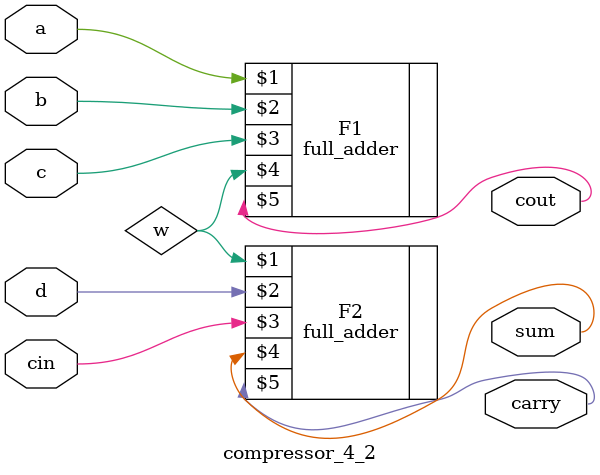
<source format=v>
`include "Adder.v"

module compressor_4_2(
	input a,
	input b,
	input c,
	input d,
	input cin,
	output sum,
	output cout,
	output carry
	);
	
	wire w;
	
	full_adder F1 (a,b,c,w,cout);
	full_adder F2 (w,d,cin,sum,carry);

endmodule

</source>
